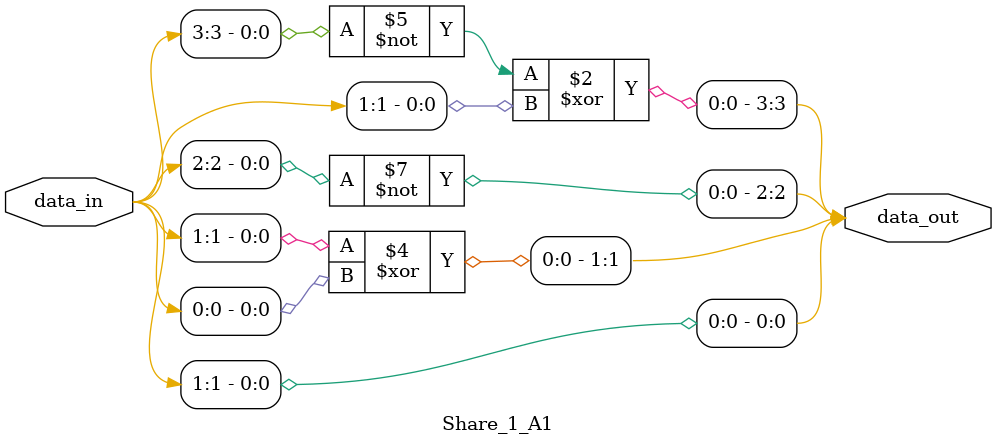
<source format=v>


module Share_1_A1(
	input wire [3:0] data_in,
	output wire [3:0] data_out
);

assign data_out[3] = 1'b1 ^ data_in[3] ^ data_in[1];
assign data_out[2] = 1'b1 ^ data_in[2];
assign data_out[1] = data_in[1] ^ data_in[0];
assign data_out[0] = data_in[1];

endmodule 
</source>
